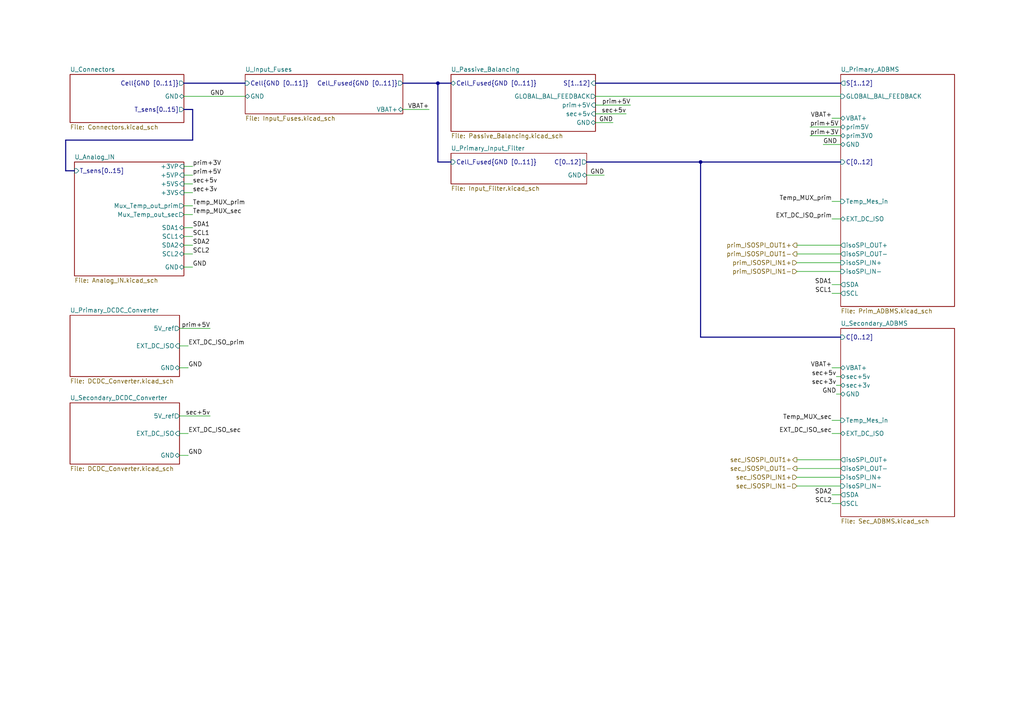
<source format=kicad_sch>
(kicad_sch (version 20230121) (generator eeschema)
  (paper "A4")
  (title_block (title "Slave overview") (date "2023-12-30") (rev "V1.0") (company "Valais Wallis Racing Team") (comment 1 "Bétrisey Mattia"))
  (lib_symbols)
  (junction (at 203.2 46.99))
  (junction (at 127 24.13))
  (bus (pts (xy 127 24.13) (xy 130.81 24.13)))
  (wire (pts (xy 170.18 50.8) (xy 175.26 50.8)))
  (wire (pts (xy 52.07 106.68) (xy 54.61 106.68)))
  (wire (pts (xy 241.3 121.92) (xy 243.84 121.92)))
  (bus (pts (xy 127 46.99) (xy 130.81 46.99)))
  (wire (pts (xy 53.34 55.88) (xy 55.88 55.88)))
  (wire (pts (xy 241.3 82.55) (xy 243.84 82.55)))
  (wire (pts (xy 53.34 50.8) (xy 55.88 50.8)))
  (wire (pts (xy 172.72 35.56) (xy 177.8 35.56)))
  (wire (pts (xy 52.07 100.33) (xy 54.61 100.33)))
  (bus (pts (xy 203.2 97.79) (xy 243.84 97.79)))
  (bus (pts (xy 53.34 24.13) (xy 71.12 24.13)))
  (wire (pts (xy 231.14 76.2) (xy 243.84 76.2)))
  (wire (pts (xy 241.3 34.29) (xy 243.84 34.29)))
  (bus (pts (xy 53.34 31.75) (xy 55.88 31.75)))
  (wire (pts (xy 241.3 63.5) (xy 243.84 63.5)))
  (wire (pts (xy 242.57 111.76) (xy 243.84 111.76)))
  (wire (pts (xy 231.14 138.43) (xy 243.84 138.43)))
  (wire (pts (xy 241.3 106.68) (xy 243.84 106.68)))
  (wire (pts (xy 53.34 66.04) (xy 55.88 66.04)))
  (wire (pts (xy 242.57 114.3) (xy 243.84 114.3)))
  (bus (pts (xy 127 24.13) (xy 127 46.99)))
  (bus (pts (xy 19.05 49.53) (xy 21.59 49.53)))
  (bus (pts (xy 55.88 31.75) (xy 55.88 40.64)))
  (wire (pts (xy 234.95 39.37) (xy 243.84 39.37)))
  (wire (pts (xy 241.3 125.73) (xy 243.84 125.73)))
  (bus (pts (xy 203.2 46.99) (xy 243.84 46.99)))
  (bus (pts (xy 19.05 40.64) (xy 19.05 49.53)))
  (wire (pts (xy 52.07 95.25) (xy 60.96 95.25)))
  (wire (pts (xy 53.34 68.58) (xy 55.88 68.58)))
  (wire (pts (xy 231.14 78.74) (xy 243.84 78.74)))
  (wire (pts (xy 116.84 31.75) (xy 124.46 31.75)))
  (wire (pts (xy 231.14 73.66) (xy 243.84 73.66)))
  (wire (pts (xy 53.34 48.26) (xy 55.88 48.26)))
  (wire (pts (xy 52.07 120.65) (xy 60.96 120.65)))
  (wire (pts (xy 231.14 71.12) (xy 243.84 71.12)))
  (wire (pts (xy 172.72 27.94) (xy 243.84 27.94)))
  (wire (pts (xy 53.34 53.34) (xy 55.88 53.34)))
  (wire (pts (xy 241.3 143.51) (xy 243.84 143.51)))
  (wire (pts (xy 242.57 109.22) (xy 243.84 109.22)))
  (wire (pts (xy 241.3 146.05) (xy 243.84 146.05)))
  (wire (pts (xy 172.72 33.02) (xy 181.61 33.02)))
  (bus (pts (xy 116.84 24.13) (xy 127 24.13)))
  (wire (pts (xy 53.34 77.47) (xy 55.88 77.47)))
  (wire (pts (xy 172.72 30.48) (xy 182.88 30.48)))
  (bus (pts (xy 170.18 46.99) (xy 203.2 46.99)))
  (wire (pts (xy 52.07 132.08) (xy 54.61 132.08)))
  (wire (pts (xy 231.14 135.89) (xy 243.84 135.89)))
  (wire (pts (xy 53.34 71.12) (xy 55.88 71.12)))
  (wire (pts (xy 241.3 58.42) (xy 243.84 58.42)))
  (wire (pts (xy 241.3 85.09) (xy 243.84 85.09)))
  (wire (pts (xy 53.34 73.66) (xy 55.88 73.66)))
  (wire (pts (xy 231.14 140.97) (xy 243.84 140.97)))
  (wire (pts (xy 52.07 125.73) (xy 54.61 125.73)))
  (wire (pts (xy 53.34 27.94) (xy 71.12 27.94)))
  (wire (pts (xy 238.76 41.91) (xy 243.84 41.91)))
  (bus (pts (xy 172.72 24.13) (xy 243.84 24.13)))
  (wire (pts (xy 53.34 59.69) (xy 55.88 59.69)))
  (wire (pts (xy 231.14 133.35) (xy 243.84 133.35)))
  (bus (pts (xy 203.2 46.99) (xy 203.2 97.79)))
  (wire (pts (xy 53.34 62.23) (xy 55.88 62.23)))
  (wire (pts (xy 234.95 36.83) (xy 243.84 36.83)))
  (bus (pts (xy 19.05 40.64) (xy 55.88 40.64)))
  (label "Temp_MUX_prim" (at 241.3 58.42 180))
  (label "EXT_DC_ISO_prim" (at 54.61 100.33 0))
  (label "VBAT+" (at 241.3 106.68 180))
  (label "SDA2" (at 241.3 143.51 180))
  (label "GND" (at 54.61 132.08 0))
  (label "SDA1" (at 241.3 82.55 180))
  (label "EXT_DC_ISO_prim" (at 241.3 63.5 180))
  (label "GND" (at 177.8 35.56 180))
  (label "prim+5V" (at 234.95 36.83 0))
  (label "SDA2" (at 55.88 71.12 0))
  (label "GND" (at 55.88 77.47 0))
  (label "SCL2" (at 55.88 73.66 0))
  (label "SDA1" (at 55.88 66.04 0))
  (label "sec+3v" (at 55.88 55.88 0))
  (label "sec+5v" (at 181.61 33.02 180))
  (label "sec+5v" (at 60.96 120.65 180))
  (label "SCL1" (at 55.88 68.58 0))
  (label "prim+5V" (at 182.88 30.48 180))
  (label "Temp_MUX_sec" (at 55.88 62.23 0))
  (label "VBAT+" (at 124.46 31.75 180))
  (label "Temp_MUX_prim" (at 55.88 59.69 0))
  (label "sec+3v" (at 242.57 111.76 180))
  (label "sec+5v" (at 242.57 109.22 180))
  (label "GND" (at 60.96 27.94 0))
  (label "SCL2" (at 241.3 146.05 180))
  (label "GND" (at 242.57 114.3 180))
  (label "GND" (at 175.26 50.8 180))
  (label "prim+3V" (at 55.88 48.26 0))
  (label "prim+5V" (at 55.88 50.8 0))
  (label "VBAT+" (at 241.3 34.29 180))
  (label "EXT_DC_ISO_sec" (at 241.3 125.73 180))
  (label "prim+5V" (at 60.96 95.25 180))
  (label "prim+3V" (at 234.95 39.37 0))
  (label "GND" (at 238.76 41.91 0))
  (label "SCL1" (at 241.3 85.09 180))
  (label "sec+5v" (at 55.88 53.34 0))
  (label "EXT_DC_ISO_sec" (at 54.61 125.73 0))
  (label "GND" (at 54.61 106.68 0))
  (label "Temp_MUX_sec" (at 241.3 121.92 180))
  (hierarchical_label "prim_ISOSPI_OUT1+" (shape output) (at 231.14 71.12 180))
  (hierarchical_label "sec_ISOSPI_IN1-" (shape input) (at 231.14 140.97 180))
  (hierarchical_label "sec_ISOSPI_OUT1-" (shape output) (at 231.14 135.89 180))
  (hierarchical_label "sec_ISOSPI_IN1+" (shape input) (at 231.14 138.43 180))
  (hierarchical_label "prim_ISOSPI_IN1-" (shape input) (at 231.14 78.74 180))
  (hierarchical_label "prim_ISOSPI_IN1+" (shape input) (at 231.14 76.2 180))
  (hierarchical_label "prim_ISOSPI_OUT1-" (shape output) (at 231.14 73.66 180))
  (hierarchical_label "sec_ISOSPI_OUT1+" (shape output) (at 231.14 133.35 180))
  (sheet (at 20.32 116.84) (size 31.75 17.78) (stroke (width 0.1524))
    (property "Sheetname" "U_Secondary_DCDC_Converter" (at 20.32 116.1284 0) (effects (justify left bottom)))
    (property "Sheetfile" "DCDC_Converter.kicad_sch" (at 20.32 135.2046 0) (effects (justify left top)))
    (pin "5V_ref" output (at 52.07 120.65 0))
    (pin "EXT_DC_ISO" input (at 52.07 125.73 0))
    (pin "GND" bidirectional (at 52.07 132.08 0))
  )
  (sheet (at 130.81 44.45) (size 39.37 8.89) (stroke (width 0.1524))
    (property "Sheetname" "U_Primary_Input_Filter" (at 130.81 43.7384 0) (effects (justify left bottom)))
    (property "Sheetfile" "Input_Filter.kicad_sch" (at 130.81 53.9246 0) (effects (justify left top)))
    (pin "Cell_Fused{GND [0..11]}" input (at 130.81 46.99 180))
    (pin "C[0..12]" output (at 170.18 46.99 0))
    (pin "GND" bidirectional (at 170.18 50.8 0))
  )
  (sheet (at 243.84 95.25) (size 33.02 54.61) (stroke (width 0.1524))
    (property "Sheetname" "U_Secondary_ADBMS" (at 243.84 94.5384 0) (effects (justify left bottom)))
    (property "Sheetfile" "Sec_ADBMS.kicad_sch" (at 243.84 150.4446 0) (effects (justify left top)))
    (pin "EXT_DC_ISO" bidirectional (at 243.84 125.73 180))
    (pin "isoSPI_OUT+" output (at 243.84 133.35 180))
    (pin "isoSPI_OUT-" output (at 243.84 135.89 180))
    (pin "isoSPI_IN+" input (at 243.84 138.43 180))
    (pin "isoSPI_IN-" input (at 243.84 140.97 180))
    (pin "SDA" output (at 243.84 143.51 180))
    (pin "SCL" output (at 243.84 146.05 180))
    (pin "C[0..12]" input (at 243.84 97.79 180))
    (pin "Temp_Mes_in" input (at 243.84 121.92 180))
    (pin "GND" bidirectional (at 243.84 114.3 180))
    (pin "VBAT+" bidirectional (at 243.84 106.68 180))
    (pin "sec+5v" bidirectional (at 243.84 109.22 180))
    (pin "sec+3v" bidirectional (at 243.84 111.76 180))
  )
  (sheet (at 21.59 46.99) (size 31.75 33.02) (stroke (width 0.1524))
    (property "Sheetname" "U_Analog_IN" (at 21.59 46.2784 0) (effects (justify left bottom)))
    (property "Sheetfile" "Analog_IN.kicad_sch" (at 21.59 80.5946 0) (effects (justify left top)))
    (pin "+3VP" input (at 53.34 48.26 0))
    (pin "T_sens[0..15]" input (at 21.59 49.53 180))
    (pin "+5VS" input (at 53.34 53.34 0))
    (pin "SCL2" bidirectional (at 53.34 73.66 0))
    (pin "SDA2" bidirectional (at 53.34 71.12 0))
    (pin "SCL1" bidirectional (at 53.34 68.58 0))
    (pin "SDA1" bidirectional (at 53.34 66.04 0))
    (pin "+5VP" input (at 53.34 50.8 0))
    (pin "Mux_Temp_out_sec" output (at 53.34 62.23 0))
    (pin "Mux_Temp_out_prim" output (at 53.34 59.69 0))
    (pin "+3VS" input (at 53.34 55.88 0))
    (pin "GND" bidirectional (at 53.34 77.47 0))
  )
  (sheet (at 243.84 21.59) (size 33.02 67.31) (stroke (width 0.1524))
    (property "Sheetname" "U_Primary_ADBMS" (at 243.84 20.8784 0) (effects (justify left bottom)))
    (property "Sheetfile" "Prim_ADBMS.kicad_sch" (at 243.84 89.4846 0) (effects (justify left top)))
    (pin "EXT_DC_ISO" bidirectional (at 243.84 63.5 180))
    (pin "isoSPI_OUT+" output (at 243.84 71.12 180))
    (pin "isoSPI_OUT-" output (at 243.84 73.66 180))
    (pin "isoSPI_IN+" input (at 243.84 76.2 180))
    (pin "isoSPI_IN-" input (at 243.84 78.74 180))
    (pin "SDA" output (at 243.84 82.55 180))
    (pin "SCL" output (at 243.84 85.09 180))
    (pin "C[0..12]" input (at 243.84 46.99 180))
    (pin "S[1..12]" output (at 243.84 24.13 180))
    (pin "GLOBAL_BAL_FEEDBACK" input (at 243.84 27.94 180))
    (pin "Temp_Mes_in" input (at 243.84 58.42 180))
    (pin "prim5V" bidirectional (at 243.84 36.83 180))
    (pin "GND" bidirectional (at 243.84 41.91 180))
    (pin "prim3V0" bidirectional (at 243.84 39.37 180))
    (pin "VBAT+" bidirectional (at 243.84 34.29 180))
  )
  (sheet (at 71.12 21.59) (size 45.72 11.43) (stroke (width 0.1524))
    (property "Sheetname" "U_Input_Fuses" (at 71.12 20.8784 0) (effects (justify left bottom)))
    (property "Sheetfile" "Input_Fuses.kicad_sch" (at 71.12 33.6046 0) (effects (justify left top)))
    (pin "Cell{GND [0..11]}" input (at 71.12 24.13 180))
    (pin "Cell_Fused{GND [0..11]}" output (at 116.84 24.13 0))
    (pin "GND" bidirectional (at 71.12 27.94 180))
    (pin "VBAT+" bidirectional (at 116.84 31.75 0))
  )
  (sheet (at 130.81 21.59) (size 41.91 16.51) (stroke (width 0.1524))
    (property "Sheetname" "U_Passive_Balancing" (at 130.81 20.8784 0) (effects (justify left bottom)))
    (property "Sheetfile" "Passive_Balancing.kicad_sch" (at 130.81 38.6846 0) (effects (justify left top)))
    (pin "Cell_Fused{GND [0..11]}" bidirectional (at 130.81 24.13 180))
    (pin "S[1..12]" input (at 172.72 24.13 0))
    (pin "GLOBAL_BAL_FEEDBACK" output (at 172.72 27.94 0))
    (pin "prim+5V" input (at 172.72 30.48 0))
    (pin "GND" bidirectional (at 172.72 35.56 0))
    (pin "sec+5v" input (at 172.72 33.02 0))
  )
  (sheet (at 20.32 21.59) (size 33.02 13.97) (stroke (width 0.1524))
    (property "Sheetname" "U_Connectors" (at 20.32 20.8784 0) (effects (justify left bottom)))
    (property "Sheetfile" "Connectors.kicad_sch" (at 20.32 36.1446 0) (effects (justify left top)))
    (pin "Cell{GND [0..11]}" output (at 53.34 24.13 0))
    (pin "T_sens[0..15]" output (at 53.34 31.75 0))
    (pin "GND" bidirectional (at 53.34 27.94 0))
  )
  (sheet (at 20.32 91.44) (size 31.75 17.78) (stroke (width 0.1524))
    (property "Sheetname" "U_Primary_DCDC_Converter" (at 20.32 90.7284 0) (effects (justify left bottom)))
    (property "Sheetfile" "DCDC_Converter.kicad_sch" (at 20.32 109.8046 0) (effects (justify left top)))
    (pin "5V_ref" output (at 52.07 95.25 0))
    (pin "EXT_DC_ISO" input (at 52.07 100.33 0))
    (pin "GND" bidirectional (at 52.07 106.68 0))
  )
)
</source>
